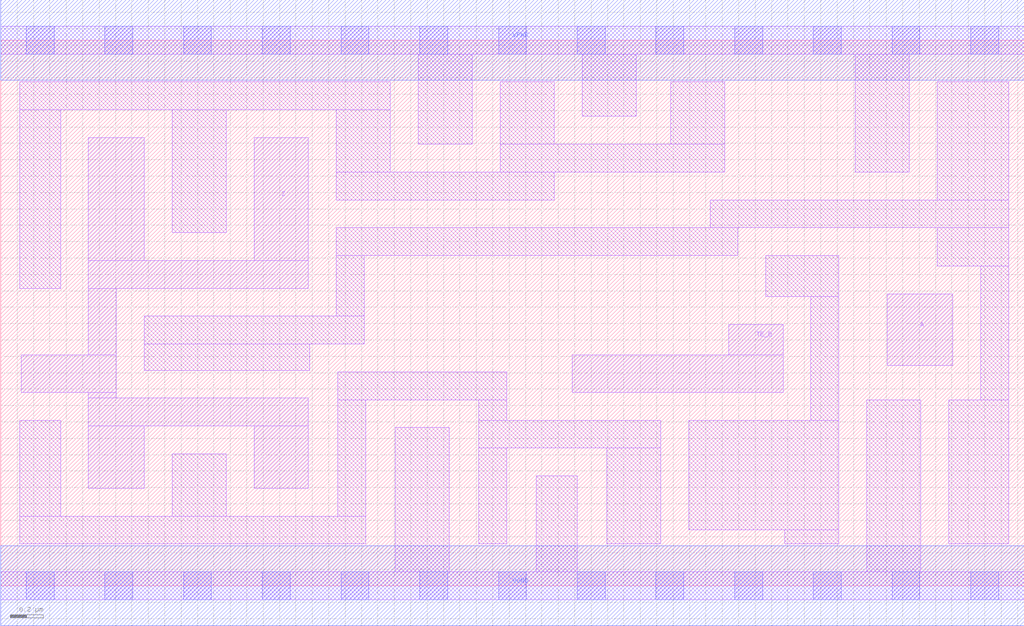
<source format=lef>
# Copyright 2020 The SkyWater PDK Authors
#
# Licensed under the Apache License, Version 2.0 (the "License");
# you may not use this file except in compliance with the License.
# You may obtain a copy of the License at
#
#     https://www.apache.org/licenses/LICENSE-2.0
#
# Unless required by applicable law or agreed to in writing, software
# distributed under the License is distributed on an "AS IS" BASIS,
# WITHOUT WARRANTIES OR CONDITIONS OF ANY KIND, either express or implied.
# See the License for the specific language governing permissions and
# limitations under the License.
#
# SPDX-License-Identifier: Apache-2.0

VERSION 5.7 ;
  NOWIREEXTENSIONATPIN ON ;
  DIVIDERCHAR "/" ;
  BUSBITCHARS "[]" ;
UNITS
  DATABASE MICRONS 200 ;
END UNITS
MACRO sky130_fd_sc_lp__ebufn_4
  CLASS CORE ;
  FOREIGN sky130_fd_sc_lp__ebufn_4 ;
  ORIGIN  0.000000  0.000000 ;
  SIZE  6.240000 BY  3.330000 ;
  SYMMETRY X Y R90 ;
  SITE unit ;
  PIN A
    ANTENNAGATEAREA  0.315000 ;
    DIRECTION INPUT ;
    USE SIGNAL ;
    PORT
      LAYER li1 ;
        RECT 5.405000 1.345000 5.805000 1.780000 ;
    END
  END A
  PIN TE_B
    ANTENNAGATEAREA  1.071000 ;
    DIRECTION INPUT ;
    USE SIGNAL ;
    PORT
      LAYER li1 ;
        RECT 3.485000 1.180000 4.770000 1.410000 ;
        RECT 4.440000 1.410000 4.770000 1.595000 ;
    END
  END TE_B
  PIN Z
    ANTENNADIFFAREA  1.323000 ;
    DIRECTION OUTPUT ;
    USE SIGNAL ;
    PORT
      LAYER li1 ;
        RECT 0.125000 1.180000 0.705000 1.410000 ;
        RECT 0.535000 0.595000 0.875000 0.975000 ;
        RECT 0.535000 0.975000 1.875000 1.145000 ;
        RECT 0.535000 1.145000 0.705000 1.180000 ;
        RECT 0.535000 1.410000 0.705000 1.815000 ;
        RECT 0.535000 1.815000 1.875000 1.985000 ;
        RECT 0.535000 1.985000 0.875000 2.735000 ;
        RECT 1.545000 0.595000 1.875000 0.975000 ;
        RECT 1.545000 1.985000 1.875000 2.735000 ;
    END
  END Z
  PIN VGND
    DIRECTION INOUT ;
    USE GROUND ;
    PORT
      LAYER met1 ;
        RECT 0.000000 -0.245000 6.240000 0.245000 ;
    END
  END VGND
  PIN VPWR
    DIRECTION INOUT ;
    USE POWER ;
    PORT
      LAYER met1 ;
        RECT 0.000000 3.085000 6.240000 3.575000 ;
    END
  END VPWR
  OBS
    LAYER li1 ;
      RECT 0.000000 -0.085000 6.240000 0.085000 ;
      RECT 0.000000  3.245000 6.240000 3.415000 ;
      RECT 0.115000  0.255000 2.225000 0.425000 ;
      RECT 0.115000  0.425000 0.365000 1.010000 ;
      RECT 0.115000  1.815000 0.365000 2.905000 ;
      RECT 0.115000  2.905000 2.375000 3.075000 ;
      RECT 0.875000  1.315000 1.885000 1.475000 ;
      RECT 0.875000  1.475000 2.215000 1.645000 ;
      RECT 1.045000  0.425000 1.375000 0.805000 ;
      RECT 1.045000  2.155000 1.375000 2.905000 ;
      RECT 2.045000  1.645000 2.215000 2.015000 ;
      RECT 2.045000  2.015000 4.495000 2.185000 ;
      RECT 2.045000  2.355000 3.375000 2.525000 ;
      RECT 2.045000  2.525000 2.375000 2.905000 ;
      RECT 2.055000  0.425000 2.225000 1.135000 ;
      RECT 2.055000  1.135000 3.085000 1.305000 ;
      RECT 2.405000  0.085000 2.735000 0.965000 ;
      RECT 2.545000  2.695000 2.875000 3.245000 ;
      RECT 2.915000  0.255000 3.085000 0.840000 ;
      RECT 2.915000  0.840000 4.025000 1.010000 ;
      RECT 2.915000  1.010000 3.085000 1.135000 ;
      RECT 3.045000  2.525000 4.415000 2.695000 ;
      RECT 3.045000  2.695000 3.375000 3.075000 ;
      RECT 3.265000  0.085000 3.515000 0.670000 ;
      RECT 3.545000  2.865000 3.875000 3.245000 ;
      RECT 3.695000  0.255000 4.025000 0.840000 ;
      RECT 4.085000  2.695000 4.415000 3.075000 ;
      RECT 4.195000  0.340000 5.110000 1.010000 ;
      RECT 4.325000  2.185000 6.145000 2.355000 ;
      RECT 4.665000  1.765000 5.110000 2.015000 ;
      RECT 4.780000  0.255000 5.110000 0.340000 ;
      RECT 4.940000  1.010000 5.110000 1.765000 ;
      RECT 5.210000  2.525000 5.540000 3.245000 ;
      RECT 5.280000  0.085000 5.610000 1.135000 ;
      RECT 5.710000  1.950000 6.145000 2.185000 ;
      RECT 5.710000  2.355000 6.145000 3.075000 ;
      RECT 5.780000  0.255000 6.145000 1.135000 ;
      RECT 5.975000  1.135000 6.145000 1.950000 ;
    LAYER mcon ;
      RECT 0.155000 -0.085000 0.325000 0.085000 ;
      RECT 0.155000  3.245000 0.325000 3.415000 ;
      RECT 0.635000 -0.085000 0.805000 0.085000 ;
      RECT 0.635000  3.245000 0.805000 3.415000 ;
      RECT 1.115000 -0.085000 1.285000 0.085000 ;
      RECT 1.115000  3.245000 1.285000 3.415000 ;
      RECT 1.595000 -0.085000 1.765000 0.085000 ;
      RECT 1.595000  3.245000 1.765000 3.415000 ;
      RECT 2.075000 -0.085000 2.245000 0.085000 ;
      RECT 2.075000  3.245000 2.245000 3.415000 ;
      RECT 2.555000 -0.085000 2.725000 0.085000 ;
      RECT 2.555000  3.245000 2.725000 3.415000 ;
      RECT 3.035000 -0.085000 3.205000 0.085000 ;
      RECT 3.035000  3.245000 3.205000 3.415000 ;
      RECT 3.515000 -0.085000 3.685000 0.085000 ;
      RECT 3.515000  3.245000 3.685000 3.415000 ;
      RECT 3.995000 -0.085000 4.165000 0.085000 ;
      RECT 3.995000  3.245000 4.165000 3.415000 ;
      RECT 4.475000 -0.085000 4.645000 0.085000 ;
      RECT 4.475000  3.245000 4.645000 3.415000 ;
      RECT 4.955000 -0.085000 5.125000 0.085000 ;
      RECT 4.955000  3.245000 5.125000 3.415000 ;
      RECT 5.435000 -0.085000 5.605000 0.085000 ;
      RECT 5.435000  3.245000 5.605000 3.415000 ;
      RECT 5.915000 -0.085000 6.085000 0.085000 ;
      RECT 5.915000  3.245000 6.085000 3.415000 ;
  END
END sky130_fd_sc_lp__ebufn_4
END LIBRARY

</source>
